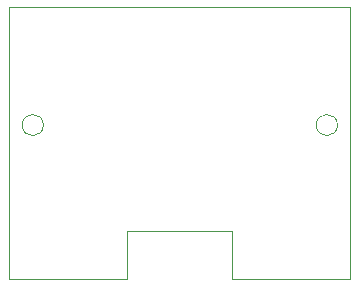
<source format=gbr>
%TF.GenerationSoftware,KiCad,Pcbnew,8.0.1*%
%TF.CreationDate,2024-07-01T16:07:51-04:00*%
%TF.ProjectId,V1,56312e6b-6963-4616-945f-706362585858,rev?*%
%TF.SameCoordinates,Original*%
%TF.FileFunction,Profile,NP*%
%FSLAX46Y46*%
G04 Gerber Fmt 4.6, Leading zero omitted, Abs format (unit mm)*
G04 Created by KiCad (PCBNEW 8.0.1) date 2024-07-01 16:07:51*
%MOMM*%
%LPD*%
G01*
G04 APERTURE LIST*
%TA.AperFunction,Profile*%
%ADD10C,0.100000*%
%TD*%
G04 APERTURE END LIST*
D10*
X110000000Y-123000000D02*
X110000000Y-119000000D01*
X102900000Y-110000000D02*
G75*
G02*
X101100000Y-110000000I-900000J0D01*
G01*
X101100000Y-110000000D02*
G75*
G02*
X102900000Y-110000000I900000J0D01*
G01*
X110000000Y-119000000D02*
X118900000Y-119000000D01*
X128900000Y-123000000D02*
X128900000Y-100000000D01*
X118900000Y-123000000D02*
X128900000Y-123000000D01*
X127800000Y-110000000D02*
G75*
G02*
X126000000Y-110000000I-900000J0D01*
G01*
X126000000Y-110000000D02*
G75*
G02*
X127800000Y-110000000I900000J0D01*
G01*
X100000000Y-100000000D02*
X100000000Y-123000000D01*
X118900000Y-119000000D02*
X118900000Y-123000000D01*
X128900000Y-100000000D02*
X100000000Y-100000000D01*
X100000000Y-123000000D02*
X110000000Y-123000000D01*
M02*

</source>
